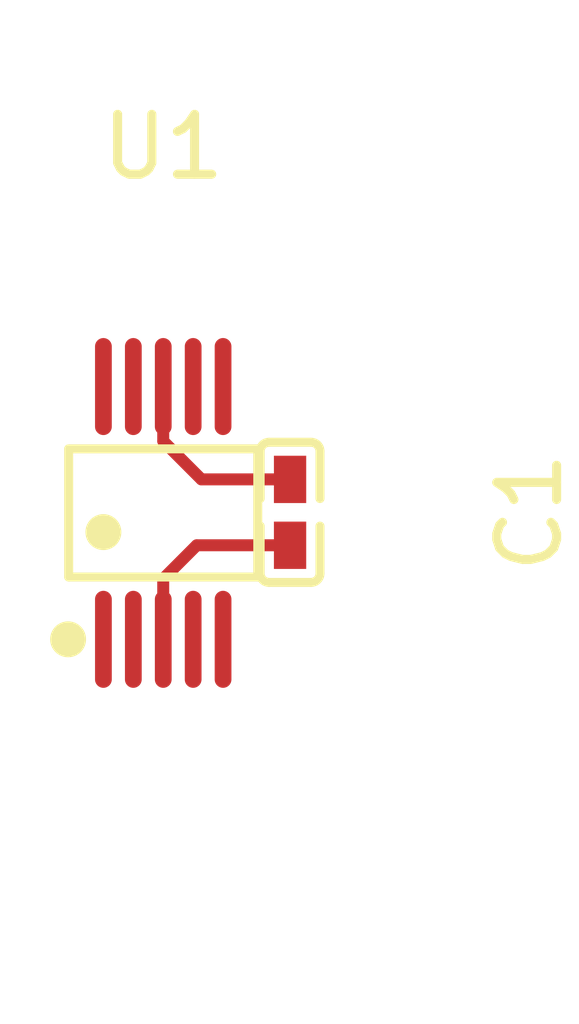
<source format=kicad_pcb>
(kicad_pcb (version 20241229) (generator "pcbnew") (generator_version "9.0")
  (layers (0 "F.Cu" signal) (2 "B.Cu" signal) (13 "F.Paste" user) (15 "B.Paste" user) (5 "F.SilkS" user "F.Silkscreen") (7 "B.SilkS" user "B.Silkscreen") (1 "F.Mask" user) (3 "B.Mask" user) (25 "Edge.Cuts" user))
  (net 0 "")
  (net 1 "gnd")
  (net 2 "hv")
  (net 3 "AIN1")
  (net 4 "AIN2")
  (net 5 "SDA")
  (net 6 "AIN0")
  (net 7 "ALERT_RDY")
  (net 8 "SCL")
  (net 9 "ADDR")
  (net 10 "AIN3")
  (footprint "atopile:MSOP-10_L3.0-W3.0-P0.50-LS5.0-BL-752175" (layer "F.Cu") (at 178.87 95.57)
    (property "Reference" "U1" (at 0 -6.11 0) (layer "F.SilkS"))
    (property "Value" "")
    (fp_line (start -1.58 -1.07) (end 1.58 -1.07) (stroke (width 0.15)) (layer "F.SilkS"))
    (fp_line (start -1.58 1.07) (end -1.58 -1.07) (stroke (width 0.15)) (layer "F.SilkS"))
    (fp_line (start 1.58 -1.07) (end 1.58 1.07) (stroke (width 0.15)) (layer "F.SilkS"))
    (fp_line (start 1.58 1.07) (end -1.58 1.07) (stroke (width 0.15)) (layer "F.SilkS"))
    (fp_circle (center -1.59 2.11) (end -1.44 2.11) (stroke (width 0.3)) (fill no) (layer "F.SilkS"))
    (fp_circle (center -1 0.32) (end -0.85 0.32) (stroke (width 0.3)) (fill no) (layer "F.SilkS"))
    (fp_text user "${REFERENCE}" (at 0 -6.11 0) (layer "F.SilkS"))
    (pad "1" smd oval (at -1 2.11) (size 0.28 1.62) (layers "F.Cu" "F.Mask" "F.Paste") (net 9 "ADDR"))
    (pad "2" smd oval (at -0.5 2.11) (size 0.28 1.62) (layers "F.Cu" "F.Mask" "F.Paste") (net 7 "ALERT_RDY"))
    (pad "3" smd oval (at 0 2.11) (size 0.28 1.62) (layers "F.Cu" "F.Mask" "F.Paste") (net 1 "gnd"))
    (pad "4" smd oval (at 0.5 2.11) (size 0.28 1.62) (layers "F.Cu" "F.Mask" "F.Paste") (net 6 "AIN0"))
    (pad "5" smd oval (at 1 2.11) (size 0.28 1.62) (layers "F.Cu" "F.Mask" "F.Paste") (net 3 "AIN1"))
    (pad "6" smd oval (at 1 -2.11) (size 0.28 1.62) (layers "F.Cu" "F.Mask" "F.Paste") (net 4 "AIN2"))
    (pad "7" smd oval (at 0.5 -2.11) (size 0.28 1.62) (layers "F.Cu" "F.Mask" "F.Paste") (net 10 "AIN3"))
    (pad "8" smd oval (at 0 -2.11) (size 0.28 1.62) (layers "F.Cu" "F.Mask" "F.Paste") (net 2 "hv"))
    (pad "9" smd oval (at -0.5 -2.11) (size 0.28 1.62) (layers "F.Cu" "F.Mask" "F.Paste") (net 5 "SDA"))
    (pad "10" smd oval (at -1 -2.11) (size 0.28 1.62) (layers "F.Cu" "F.Mask" "F.Paste") (net 8 "SCL"))
  )
  (footprint "atopile:C0402-b3ef17" (layer "F.Cu") (at 180.99 95.56 -90)
    (property "Reference" "C1" (at 0 -4 90) (layer "F.SilkS"))
    (property "Value" "100nF ±10% 16V X7R")
    (fp_line (start -0.23 0.5) (end -1.02 0.5) (stroke (width 0.15)) (layer "F.SilkS"))
    (fp_line (start 0.23 0.5) (end 1.02 0.5) (stroke (width 0.15)) (layer "F.SilkS"))
    (fp_line (start -1.17 0.35) (end -1.17 -0.35) (stroke (width 0.15)) (layer "F.SilkS"))
    (fp_line (start 1.17 0.35) (end 1.17 -0.35) (stroke (width 0.15)) (layer "F.SilkS"))
    (fp_line (start -1.02 -0.5) (end -0.23 -0.5) (stroke (width 0.15)) (layer "F.SilkS"))
    (fp_line (start 1.02 -0.5) (end 0.23 -0.5) (stroke (width 0.15)) (layer "F.SilkS"))
    (fp_arc (start -1.02 0.5) (mid -1.126066 0.456066) (end -1.17 0.35) (stroke (width 0.15)) (layer "F.SilkS"))
    (fp_arc (start 1.17 0.35) (mid 1.126066 0.456066) (end 1.02 0.5) (stroke (width 0.15)) (layer "F.SilkS"))
    (fp_arc (start -1.17 -0.35) (mid -1.126066 -0.456066) (end -1.02 -0.5) (stroke (width 0.15)) (layer "F.SilkS"))
    (fp_arc (start 1.02 -0.5) (mid 1.126066 -0.456066) (end 1.17 -0.35) (stroke (width 0.15)) (layer "F.SilkS"))
    (fp_text user "${REFERENCE}" (at 0 -4 90) (layer "F.SilkS"))
    (pad "1" smd rect (at -0.55 0 270) (size 0.79 0.54) (layers "F.Cu" "F.Mask" "F.Paste") (net 2 "hv"))
    (pad "2" smd rect (at 0.55 0 270) (size 0.79 0.54) (layers "F.Cu" "F.Mask" "F.Paste") (net 1 "gnd"))
  )
  (segment (start 180.99 96.11) (end 179.43 96.11) (width 0.2) (layer "F.Cu") (net 1))
  (segment (start 179.43 96.11) (end 178.87 96.67) (width 0.2) (layer "F.Cu") (net 1))
  (segment (start 178.87 96.67) (end 178.87 97.68) (width 0.2) (layer "F.Cu") (net 1))
  (segment (start 178.87 94.371668) (end 178.87 93.46) (width 0.2) (layer "F.Cu") (net 2))
  (segment (start 180.99 95.01) (end 179.508332 95.01) (width 0.2) (layer "F.Cu") (net 2))
  (segment (start 179.508332 95.01) (end 178.87 94.371668) (width 0.2) (layer "F.Cu") (net 2))
)
</source>
